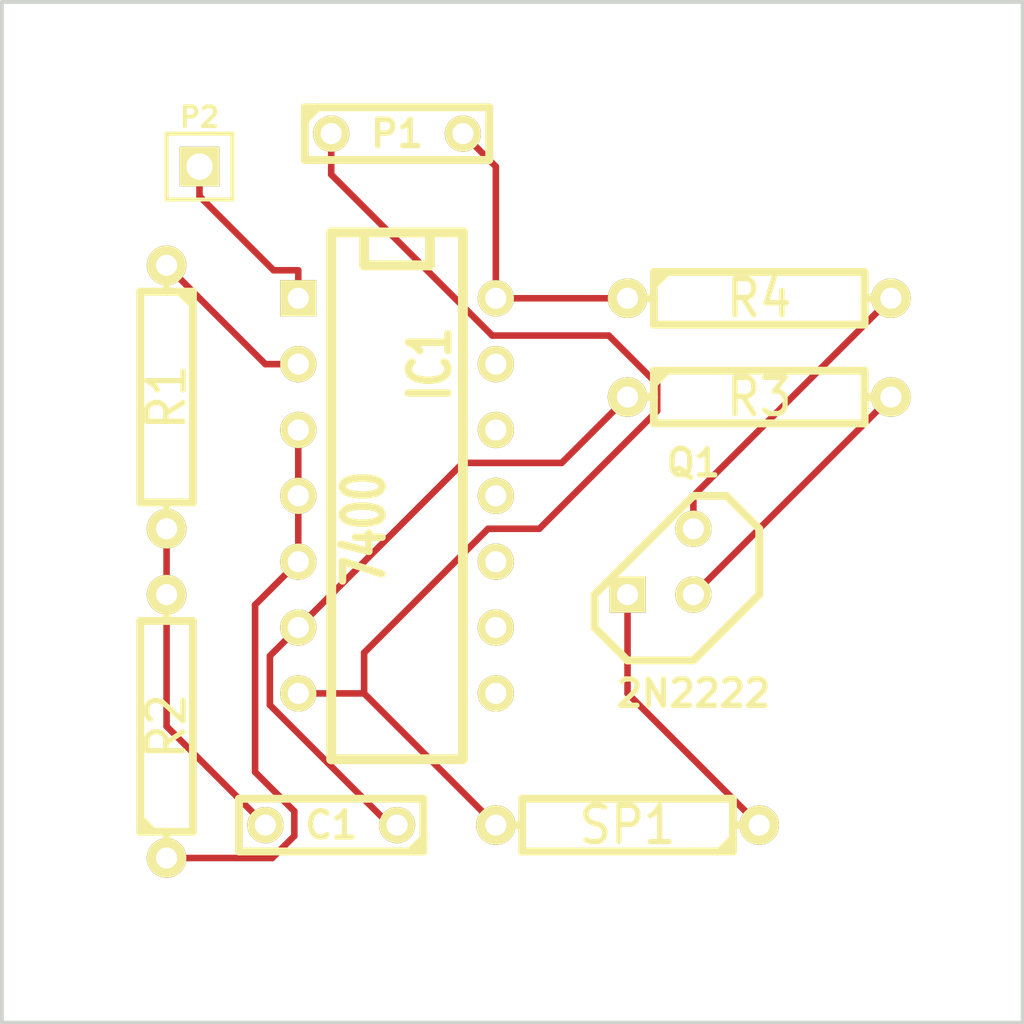
<source format=kicad_pcb>
(kicad_pcb (version 3) (host pcbnew "(2013-june-11)-stable")

  (general
    (links 16)
    (no_connects 0)
    (area 203.124999 110.414999 242.645001 149.935001)
    (thickness 1.6)
    (drawings 4)
    (tracks 43)
    (zones 0)
    (modules 10)
    (nets 11)
  )

  (page A3)
  (layers
    (15 F.Cu signal)
    (0 B.Cu signal)
    (16 B.Adhes user)
    (17 F.Adhes user)
    (18 B.Paste user)
    (19 F.Paste user)
    (20 B.SilkS user)
    (21 F.SilkS user)
    (22 B.Mask user)
    (23 F.Mask user)
    (24 Dwgs.User user)
    (25 Cmts.User user)
    (26 Eco1.User user)
    (27 Eco2.User user)
    (28 Edge.Cuts user)
  )

  (setup
    (last_trace_width 0.254)
    (trace_clearance 0.254)
    (zone_clearance 0.508)
    (zone_45_only no)
    (trace_min 0.254)
    (segment_width 0.2)
    (edge_width 0.15)
    (via_size 0.889)
    (via_drill 0.635)
    (via_min_size 0.889)
    (via_min_drill 0.508)
    (uvia_size 0.508)
    (uvia_drill 0.127)
    (uvias_allowed no)
    (uvia_min_size 0.508)
    (uvia_min_drill 0.127)
    (pcb_text_width 0.3)
    (pcb_text_size 1 1)
    (mod_edge_width 0.15)
    (mod_text_size 1 1)
    (mod_text_width 0.15)
    (pad_size 1 1)
    (pad_drill 0.6)
    (pad_to_mask_clearance 0)
    (aux_axis_origin 0 0)
    (visible_elements FFFFFFBF)
    (pcbplotparams
      (layerselection 3178497)
      (usegerberextensions true)
      (excludeedgelayer true)
      (linewidth 0.150000)
      (plotframeref false)
      (viasonmask false)
      (mode 1)
      (useauxorigin false)
      (hpglpennumber 1)
      (hpglpenspeed 20)
      (hpglpendiameter 15)
      (hpglpenoverlay 2)
      (psnegative false)
      (psa4output false)
      (plotreference true)
      (plotvalue true)
      (plotothertext true)
      (plotinvisibletext false)
      (padsonsilk false)
      (subtractmaskfromsilk false)
      (outputformat 1)
      (mirror false)
      (drillshape 1)
      (scaleselection 1)
      (outputdirectory ""))
  )

  (net 0 "")
  (net 1 GND)
  (net 2 N-000001)
  (net 3 N-0000010)
  (net 4 N-000002)
  (net 5 N-000005)
  (net 6 N-000006)
  (net 7 N-000007)
  (net 8 N-000008)
  (net 9 N-000009)
  (net 10 VCC)

  (net_class Default "This is the default net class."
    (clearance 0.254)
    (trace_width 0.254)
    (via_dia 0.889)
    (via_drill 0.635)
    (uvia_dia 0.508)
    (uvia_drill 0.127)
    (add_net "")
    (add_net GND)
    (add_net N-000001)
    (add_net N-0000010)
    (add_net N-000002)
    (add_net N-000005)
    (add_net N-000006)
    (add_net N-000007)
    (add_net N-000008)
    (add_net N-000009)
    (add_net VCC)
  )

  (module TO92 (layer F.Cu) (tedit 443CFFD1) (tstamp 527977DB)
    (at 228.6 132.08 180)
    (descr "Transistor TO92 brochage type BC237")
    (tags "TR TO92")
    (path /5278D3BC)
    (fp_text reference Q1 (at -1.27 3.81 180) (layer F.SilkS)
      (effects (font (size 1.016 1.016) (thickness 0.2032)))
    )
    (fp_text value 2N2222 (at -1.27 -5.08 180) (layer F.SilkS)
      (effects (font (size 1.016 1.016) (thickness 0.2032)))
    )
    (fp_line (start -1.27 2.54) (end 2.54 -1.27) (layer F.SilkS) (width 0.3048))
    (fp_line (start 2.54 -1.27) (end 2.54 -2.54) (layer F.SilkS) (width 0.3048))
    (fp_line (start 2.54 -2.54) (end 1.27 -3.81) (layer F.SilkS) (width 0.3048))
    (fp_line (start 1.27 -3.81) (end -1.27 -3.81) (layer F.SilkS) (width 0.3048))
    (fp_line (start -1.27 -3.81) (end -3.81 -1.27) (layer F.SilkS) (width 0.3048))
    (fp_line (start -3.81 -1.27) (end -3.81 1.27) (layer F.SilkS) (width 0.3048))
    (fp_line (start -3.81 1.27) (end -2.54 2.54) (layer F.SilkS) (width 0.3048))
    (fp_line (start -2.54 2.54) (end -1.27 2.54) (layer F.SilkS) (width 0.3048))
    (pad 1 thru_hole rect (at 1.27 -1.27 180) (size 1.397 1.397) (drill 0.8128)
      (layers *.Cu *.Mask F.SilkS)
      (net 5 N-000005)
    )
    (pad 2 thru_hole circle (at -1.27 -1.27 180) (size 1.397 1.397) (drill 0.8128)
      (layers *.Cu *.Mask F.SilkS)
      (net 2 N-000001)
    )
    (pad 3 thru_hole circle (at -1.27 1.27 180) (size 1.397 1.397) (drill 0.8128)
      (layers *.Cu *.Mask F.SilkS)
      (net 4 N-000002)
    )
    (model discret/to98.wrl
      (at (xyz 0 0 0))
      (scale (xyz 1 1 1))
      (rotate (xyz 0 0 0))
    )
  )

  (module R4 (layer F.Cu) (tedit 200000) (tstamp 527977E9)
    (at 209.55 125.73 270)
    (descr "Resitance 4 pas")
    (tags R)
    (path /5278D294)
    (autoplace_cost180 10)
    (fp_text reference R1 (at 0 0 270) (layer F.SilkS)
      (effects (font (size 1.397 1.27) (thickness 0.2032)))
    )
    (fp_text value 10K (at 0 0 270) (layer F.SilkS) hide
      (effects (font (size 1.397 1.27) (thickness 0.2032)))
    )
    (fp_line (start -5.08 0) (end -4.064 0) (layer F.SilkS) (width 0.3048))
    (fp_line (start -4.064 0) (end -4.064 -1.016) (layer F.SilkS) (width 0.3048))
    (fp_line (start -4.064 -1.016) (end 4.064 -1.016) (layer F.SilkS) (width 0.3048))
    (fp_line (start 4.064 -1.016) (end 4.064 1.016) (layer F.SilkS) (width 0.3048))
    (fp_line (start 4.064 1.016) (end -4.064 1.016) (layer F.SilkS) (width 0.3048))
    (fp_line (start -4.064 1.016) (end -4.064 0) (layer F.SilkS) (width 0.3048))
    (fp_line (start -4.064 -0.508) (end -3.556 -1.016) (layer F.SilkS) (width 0.3048))
    (fp_line (start 5.08 0) (end 4.064 0) (layer F.SilkS) (width 0.3048))
    (pad 1 thru_hole circle (at -5.08 0 270) (size 1.524 1.524) (drill 0.8128)
      (layers *.Cu *.Mask F.SilkS)
      (net 7 N-000007)
    )
    (pad 2 thru_hole circle (at 5.08 0 270) (size 1.524 1.524) (drill 0.8128)
      (layers *.Cu *.Mask F.SilkS)
      (net 3 N-0000010)
    )
    (model discret/resistor.wrl
      (at (xyz 0 0 0))
      (scale (xyz 0.4 0.4 0.4))
      (rotate (xyz 0 0 0))
    )
  )

  (module R4 (layer F.Cu) (tedit 200000) (tstamp 527977F7)
    (at 209.55 138.43 90)
    (descr "Resitance 4 pas")
    (tags R)
    (path /5278D2A6)
    (autoplace_cost180 10)
    (fp_text reference R2 (at 0 0 90) (layer F.SilkS)
      (effects (font (size 1.397 1.27) (thickness 0.2032)))
    )
    (fp_text value 100K (at 0 0 90) (layer F.SilkS) hide
      (effects (font (size 1.397 1.27) (thickness 0.2032)))
    )
    (fp_line (start -5.08 0) (end -4.064 0) (layer F.SilkS) (width 0.3048))
    (fp_line (start -4.064 0) (end -4.064 -1.016) (layer F.SilkS) (width 0.3048))
    (fp_line (start -4.064 -1.016) (end 4.064 -1.016) (layer F.SilkS) (width 0.3048))
    (fp_line (start 4.064 -1.016) (end 4.064 1.016) (layer F.SilkS) (width 0.3048))
    (fp_line (start 4.064 1.016) (end -4.064 1.016) (layer F.SilkS) (width 0.3048))
    (fp_line (start -4.064 1.016) (end -4.064 0) (layer F.SilkS) (width 0.3048))
    (fp_line (start -4.064 -0.508) (end -3.556 -1.016) (layer F.SilkS) (width 0.3048))
    (fp_line (start 5.08 0) (end 4.064 0) (layer F.SilkS) (width 0.3048))
    (pad 1 thru_hole circle (at -5.08 0 90) (size 1.524 1.524) (drill 0.8128)
      (layers *.Cu *.Mask F.SilkS)
      (net 8 N-000008)
    )
    (pad 2 thru_hole circle (at 5.08 0 90) (size 1.524 1.524) (drill 0.8128)
      (layers *.Cu *.Mask F.SilkS)
      (net 3 N-0000010)
    )
    (model discret/resistor.wrl
      (at (xyz 0 0 0))
      (scale (xyz 0.4 0.4 0.4))
      (rotate (xyz 0 0 0))
    )
  )

  (module R4 (layer F.Cu) (tedit 200000) (tstamp 52797805)
    (at 232.41 125.73)
    (descr "Resitance 4 pas")
    (tags R)
    (path /5278D38F)
    (autoplace_cost180 10)
    (fp_text reference R3 (at 0 0) (layer F.SilkS)
      (effects (font (size 1.397 1.27) (thickness 0.2032)))
    )
    (fp_text value 10K (at 0 0) (layer F.SilkS) hide
      (effects (font (size 1.397 1.27) (thickness 0.2032)))
    )
    (fp_line (start -5.08 0) (end -4.064 0) (layer F.SilkS) (width 0.3048))
    (fp_line (start -4.064 0) (end -4.064 -1.016) (layer F.SilkS) (width 0.3048))
    (fp_line (start -4.064 -1.016) (end 4.064 -1.016) (layer F.SilkS) (width 0.3048))
    (fp_line (start 4.064 -1.016) (end 4.064 1.016) (layer F.SilkS) (width 0.3048))
    (fp_line (start 4.064 1.016) (end -4.064 1.016) (layer F.SilkS) (width 0.3048))
    (fp_line (start -4.064 1.016) (end -4.064 0) (layer F.SilkS) (width 0.3048))
    (fp_line (start -4.064 -0.508) (end -3.556 -1.016) (layer F.SilkS) (width 0.3048))
    (fp_line (start 5.08 0) (end 4.064 0) (layer F.SilkS) (width 0.3048))
    (pad 1 thru_hole circle (at -5.08 0) (size 1.524 1.524) (drill 0.8128)
      (layers *.Cu *.Mask F.SilkS)
      (net 9 N-000009)
    )
    (pad 2 thru_hole circle (at 5.08 0) (size 1.524 1.524) (drill 0.8128)
      (layers *.Cu *.Mask F.SilkS)
      (net 2 N-000001)
    )
    (model discret/resistor.wrl
      (at (xyz 0 0 0))
      (scale (xyz 0.4 0.4 0.4))
      (rotate (xyz 0 0 0))
    )
  )

  (module R4 (layer F.Cu) (tedit 200000) (tstamp 52797813)
    (at 232.41 121.92)
    (descr "Resitance 4 pas")
    (tags R)
    (path /5278D3D5)
    (autoplace_cost180 10)
    (fp_text reference R4 (at 0 0) (layer F.SilkS)
      (effects (font (size 1.397 1.27) (thickness 0.2032)))
    )
    (fp_text value 180 (at 0 0) (layer F.SilkS) hide
      (effects (font (size 1.397 1.27) (thickness 0.2032)))
    )
    (fp_line (start -5.08 0) (end -4.064 0) (layer F.SilkS) (width 0.3048))
    (fp_line (start -4.064 0) (end -4.064 -1.016) (layer F.SilkS) (width 0.3048))
    (fp_line (start -4.064 -1.016) (end 4.064 -1.016) (layer F.SilkS) (width 0.3048))
    (fp_line (start 4.064 -1.016) (end 4.064 1.016) (layer F.SilkS) (width 0.3048))
    (fp_line (start 4.064 1.016) (end -4.064 1.016) (layer F.SilkS) (width 0.3048))
    (fp_line (start -4.064 1.016) (end -4.064 0) (layer F.SilkS) (width 0.3048))
    (fp_line (start -4.064 -0.508) (end -3.556 -1.016) (layer F.SilkS) (width 0.3048))
    (fp_line (start 5.08 0) (end 4.064 0) (layer F.SilkS) (width 0.3048))
    (pad 1 thru_hole circle (at -5.08 0) (size 1.524 1.524) (drill 0.8128)
      (layers *.Cu *.Mask F.SilkS)
      (net 10 VCC)
    )
    (pad 2 thru_hole circle (at 5.08 0) (size 1.524 1.524) (drill 0.8128)
      (layers *.Cu *.Mask F.SilkS)
      (net 4 N-000002)
    )
    (model discret/resistor.wrl
      (at (xyz 0 0 0))
      (scale (xyz 0.4 0.4 0.4))
      (rotate (xyz 0 0 0))
    )
  )

  (module R4 (layer F.Cu) (tedit 200000) (tstamp 52797821)
    (at 227.33 142.24 180)
    (descr "Resitance 4 pas")
    (tags R)
    (path /5278D46B)
    (autoplace_cost180 10)
    (fp_text reference SP1 (at 0 0 180) (layer F.SilkS)
      (effects (font (size 1.397 1.27) (thickness 0.2032)))
    )
    (fp_text value "8 ohm" (at 0 0 180) (layer F.SilkS) hide
      (effects (font (size 1.397 1.27) (thickness 0.2032)))
    )
    (fp_line (start -5.08 0) (end -4.064 0) (layer F.SilkS) (width 0.3048))
    (fp_line (start -4.064 0) (end -4.064 -1.016) (layer F.SilkS) (width 0.3048))
    (fp_line (start -4.064 -1.016) (end 4.064 -1.016) (layer F.SilkS) (width 0.3048))
    (fp_line (start 4.064 -1.016) (end 4.064 1.016) (layer F.SilkS) (width 0.3048))
    (fp_line (start 4.064 1.016) (end -4.064 1.016) (layer F.SilkS) (width 0.3048))
    (fp_line (start -4.064 1.016) (end -4.064 0) (layer F.SilkS) (width 0.3048))
    (fp_line (start -4.064 -0.508) (end -3.556 -1.016) (layer F.SilkS) (width 0.3048))
    (fp_line (start 5.08 0) (end 4.064 0) (layer F.SilkS) (width 0.3048))
    (pad 1 thru_hole circle (at -5.08 0 180) (size 1.524 1.524) (drill 0.8128)
      (layers *.Cu *.Mask F.SilkS)
      (net 5 N-000005)
    )
    (pad 2 thru_hole circle (at 5.08 0 180) (size 1.524 1.524) (drill 0.8128)
      (layers *.Cu *.Mask F.SilkS)
      (net 1 GND)
    )
    (model discret/resistor.wrl
      (at (xyz 0 0 0))
      (scale (xyz 0.4 0.4 0.4))
      (rotate (xyz 0 0 0))
    )
  )

  (module PIN_ARRAY_1 (layer F.Cu) (tedit 4E4E744E) (tstamp 5279782A)
    (at 210.82 116.84)
    (descr "1 pin")
    (tags "CONN DEV")
    (path /5278D639)
    (fp_text reference P2 (at 0 -1.905) (layer F.SilkS)
      (effects (font (size 0.762 0.762) (thickness 0.1524)))
    )
    (fp_text value CONN_1 (at 0 -1.905) (layer F.SilkS) hide
      (effects (font (size 0.762 0.762) (thickness 0.1524)))
    )
    (fp_line (start 1.27 1.27) (end -1.27 1.27) (layer F.SilkS) (width 0.1524))
    (fp_line (start -1.27 -1.27) (end 1.27 -1.27) (layer F.SilkS) (width 0.1524))
    (fp_line (start -1.27 1.27) (end -1.27 -1.27) (layer F.SilkS) (width 0.1524))
    (fp_line (start 1.27 -1.27) (end 1.27 1.27) (layer F.SilkS) (width 0.1524))
    (pad 1 thru_hole rect (at 0 0) (size 1.524 1.524) (drill 1.016)
      (layers *.Cu *.Mask F.SilkS)
      (net 6 N-000006)
    )
    (model pin_array\pin_1.wrl
      (at (xyz 0 0 0))
      (scale (xyz 1 1 1))
      (rotate (xyz 0 0 0))
    )
  )

  (module DIP-14__300 (layer F.Cu) (tedit 200000) (tstamp 52797843)
    (at 218.44 129.54 270)
    (descr "14 pins DIL package, round pads")
    (tags DIL)
    (path /5278D185)
    (fp_text reference IC1 (at -5.08 -1.27 270) (layer F.SilkS)
      (effects (font (size 1.524 1.143) (thickness 0.3048)))
    )
    (fp_text value 7400 (at 1.27 1.27 270) (layer F.SilkS)
      (effects (font (size 1.524 1.143) (thickness 0.3048)))
    )
    (fp_line (start -10.16 -2.54) (end 10.16 -2.54) (layer F.SilkS) (width 0.381))
    (fp_line (start 10.16 2.54) (end -10.16 2.54) (layer F.SilkS) (width 0.381))
    (fp_line (start -10.16 2.54) (end -10.16 -2.54) (layer F.SilkS) (width 0.381))
    (fp_line (start -10.16 -1.27) (end -8.89 -1.27) (layer F.SilkS) (width 0.381))
    (fp_line (start -8.89 -1.27) (end -8.89 1.27) (layer F.SilkS) (width 0.381))
    (fp_line (start -8.89 1.27) (end -10.16 1.27) (layer F.SilkS) (width 0.381))
    (fp_line (start 10.16 -2.54) (end 10.16 2.54) (layer F.SilkS) (width 0.381))
    (pad 1 thru_hole rect (at -7.62 3.81 270) (size 1.397 1.397) (drill 0.8128)
      (layers *.Cu *.Mask F.SilkS)
      (net 6 N-000006)
    )
    (pad 2 thru_hole circle (at -5.08 3.81 270) (size 1.397 1.397) (drill 0.8128)
      (layers *.Cu *.Mask F.SilkS)
      (net 7 N-000007)
    )
    (pad 3 thru_hole circle (at -2.54 3.81 270) (size 1.397 1.397) (drill 0.8128)
      (layers *.Cu *.Mask F.SilkS)
      (net 8 N-000008)
    )
    (pad 4 thru_hole circle (at 0 3.81 270) (size 1.397 1.397) (drill 0.8128)
      (layers *.Cu *.Mask F.SilkS)
      (net 8 N-000008)
    )
    (pad 5 thru_hole circle (at 2.54 3.81 270) (size 1.397 1.397) (drill 0.8128)
      (layers *.Cu *.Mask F.SilkS)
      (net 8 N-000008)
    )
    (pad 6 thru_hole circle (at 5.08 3.81 270) (size 1.397 1.397) (drill 0.8128)
      (layers *.Cu *.Mask F.SilkS)
      (net 9 N-000009)
    )
    (pad 7 thru_hole circle (at 7.62 3.81 270) (size 1.397 1.397) (drill 0.8128)
      (layers *.Cu *.Mask F.SilkS)
      (net 1 GND)
    )
    (pad 8 thru_hole circle (at 7.62 -3.81 270) (size 1.397 1.397) (drill 0.8128)
      (layers *.Cu *.Mask F.SilkS)
    )
    (pad 9 thru_hole circle (at 5.08 -3.81 270) (size 1.397 1.397) (drill 0.8128)
      (layers *.Cu *.Mask F.SilkS)
    )
    (pad 10 thru_hole circle (at 2.54 -3.81 270) (size 1.397 1.397) (drill 0.8128)
      (layers *.Cu *.Mask F.SilkS)
    )
    (pad 11 thru_hole circle (at 0 -3.81 270) (size 1.397 1.397) (drill 0.8128)
      (layers *.Cu *.Mask F.SilkS)
    )
    (pad 12 thru_hole circle (at -2.54 -3.81 270) (size 1.397 1.397) (drill 0.8128)
      (layers *.Cu *.Mask F.SilkS)
    )
    (pad 13 thru_hole circle (at -5.08 -3.81 270) (size 1.397 1.397) (drill 0.8128)
      (layers *.Cu *.Mask F.SilkS)
    )
    (pad 14 thru_hole circle (at -7.62 -3.81 270) (size 1.397 1.397) (drill 0.8128)
      (layers *.Cu *.Mask F.SilkS)
      (net 10 VCC)
    )
    (model dil/dil_14.wrl
      (at (xyz 0 0 0))
      (scale (xyz 1 1 1))
      (rotate (xyz 0 0 0))
    )
  )

  (module C2 (layer F.Cu) (tedit 200000) (tstamp 5279784E)
    (at 215.9 142.24 180)
    (descr "Condensateur = 2 pas")
    (tags C)
    (path /5278D316)
    (fp_text reference C1 (at 0 0 180) (layer F.SilkS)
      (effects (font (size 1.016 1.016) (thickness 0.2032)))
    )
    (fp_text value "0.01 uF" (at 0 0 180) (layer F.SilkS) hide
      (effects (font (size 1.016 1.016) (thickness 0.2032)))
    )
    (fp_line (start -3.556 -1.016) (end 3.556 -1.016) (layer F.SilkS) (width 0.3048))
    (fp_line (start 3.556 -1.016) (end 3.556 1.016) (layer F.SilkS) (width 0.3048))
    (fp_line (start 3.556 1.016) (end -3.556 1.016) (layer F.SilkS) (width 0.3048))
    (fp_line (start -3.556 1.016) (end -3.556 -1.016) (layer F.SilkS) (width 0.3048))
    (fp_line (start -3.556 -0.508) (end -3.048 -1.016) (layer F.SilkS) (width 0.3048))
    (pad 1 thru_hole circle (at -2.54 0 180) (size 1.397 1.397) (drill 0.8128)
      (layers *.Cu *.Mask F.SilkS)
      (net 9 N-000009)
    )
    (pad 2 thru_hole circle (at 2.54 0 180) (size 1.397 1.397) (drill 0.8128)
      (layers *.Cu *.Mask F.SilkS)
      (net 3 N-0000010)
    )
    (model discret/capa_2pas_5x5mm.wrl
      (at (xyz 0 0 0))
      (scale (xyz 1 1 1))
      (rotate (xyz 0 0 0))
    )
  )

  (module C2 (layer F.Cu) (tedit 200000) (tstamp 52797859)
    (at 218.44 115.57)
    (descr "Condensateur = 2 pas")
    (tags C)
    (path /5278D3E4)
    (fp_text reference P1 (at 0 0) (layer F.SilkS)
      (effects (font (size 1.016 1.016) (thickness 0.2032)))
    )
    (fp_text value CONN_2 (at 0 0) (layer F.SilkS) hide
      (effects (font (size 1.016 1.016) (thickness 0.2032)))
    )
    (fp_line (start -3.556 -1.016) (end 3.556 -1.016) (layer F.SilkS) (width 0.3048))
    (fp_line (start 3.556 -1.016) (end 3.556 1.016) (layer F.SilkS) (width 0.3048))
    (fp_line (start 3.556 1.016) (end -3.556 1.016) (layer F.SilkS) (width 0.3048))
    (fp_line (start -3.556 1.016) (end -3.556 -1.016) (layer F.SilkS) (width 0.3048))
    (fp_line (start -3.556 -0.508) (end -3.048 -1.016) (layer F.SilkS) (width 0.3048))
    (pad 1 thru_hole circle (at -2.54 0) (size 1.397 1.397) (drill 0.8128)
      (layers *.Cu *.Mask F.SilkS)
      (net 1 GND)
    )
    (pad 2 thru_hole circle (at 2.54 0) (size 1.397 1.397) (drill 0.8128)
      (layers *.Cu *.Mask F.SilkS)
      (net 10 VCC)
    )
    (model discret/capa_2pas_5x5mm.wrl
      (at (xyz 0 0 0))
      (scale (xyz 1 1 1))
      (rotate (xyz 0 0 0))
    )
  )

  (gr_line (start 203.2 149.86) (end 203.2 110.49) (angle 90) (layer Edge.Cuts) (width 0.15))
  (gr_line (start 242.57 149.86) (end 203.2 149.86) (angle 90) (layer Edge.Cuts) (width 0.15))
  (gr_line (start 242.57 110.49) (end 242.57 149.86) (angle 90) (layer Edge.Cuts) (width 0.15))
  (gr_line (start 203.2 110.49) (end 242.57 110.49) (angle 90) (layer Edge.Cuts) (width 0.15))

  (segment (start 215.9 117.146) (end 215.9 115.57) (width 0.254) (layer F.Cu) (net 1))
  (segment (start 222.1124 123.3584) (end 215.9 117.146) (width 0.254) (layer F.Cu) (net 1))
  (segment (start 226.6081 123.3584) (end 222.1124 123.3584) (width 0.254) (layer F.Cu) (net 1))
  (segment (start 228.4749 125.2252) (end 226.6081 123.3584) (width 0.254) (layer F.Cu) (net 1))
  (segment (start 228.4749 126.2622) (end 228.4749 125.2252) (width 0.254) (layer F.Cu) (net 1))
  (segment (start 223.9271 130.81) (end 228.4749 126.2622) (width 0.254) (layer F.Cu) (net 1))
  (segment (start 221.9523 130.81) (end 223.9271 130.81) (width 0.254) (layer F.Cu) (net 1))
  (segment (start 217.17 135.5923) (end 221.9523 130.81) (width 0.254) (layer F.Cu) (net 1))
  (segment (start 217.17 137.16) (end 217.17 135.5923) (width 0.254) (layer F.Cu) (net 1))
  (segment (start 214.63 137.16) (end 217.17 137.16) (width 0.254) (layer F.Cu) (net 1))
  (segment (start 217.17 137.16) (end 222.25 142.24) (width 0.254) (layer F.Cu) (net 1))
  (segment (start 237.49 125.73) (end 229.87 133.35) (width 0.254) (layer F.Cu) (net 2))
  (segment (start 209.55 138.43) (end 209.55 133.35) (width 0.254) (layer F.Cu) (net 3))
  (segment (start 213.36 142.24) (end 209.55 138.43) (width 0.254) (layer F.Cu) (net 3))
  (segment (start 209.55 133.35) (end 209.55 130.81) (width 0.254) (layer F.Cu) (net 3))
  (segment (start 229.87 129.54) (end 229.87 130.81) (width 0.254) (layer F.Cu) (net 4))
  (segment (start 237.49 121.92) (end 229.87 129.54) (width 0.254) (layer F.Cu) (net 4))
  (segment (start 227.33 137.16) (end 227.33 133.35) (width 0.254) (layer F.Cu) (net 5))
  (segment (start 232.41 142.24) (end 227.33 137.16) (width 0.254) (layer F.Cu) (net 5))
  (segment (start 213.6769 120.8402) (end 210.82 117.9833) (width 0.254) (layer F.Cu) (net 6))
  (segment (start 214.63 120.8402) (end 213.6769 120.8402) (width 0.254) (layer F.Cu) (net 6))
  (segment (start 210.82 116.84) (end 210.82 117.9833) (width 0.254) (layer F.Cu) (net 6))
  (segment (start 214.63 121.92) (end 214.63 120.8402) (width 0.254) (layer F.Cu) (net 6))
  (segment (start 213.36 124.46) (end 209.55 120.65) (width 0.254) (layer F.Cu) (net 7))
  (segment (start 214.63 124.46) (end 213.36 124.46) (width 0.254) (layer F.Cu) (net 7))
  (segment (start 214.63 129.54) (end 214.63 127) (width 0.254) (layer F.Cu) (net 8))
  (segment (start 214.63 129.54) (end 214.63 132.08) (width 0.254) (layer F.Cu) (net 8))
  (segment (start 213.6244 143.51) (end 209.55 143.51) (width 0.254) (layer F.Cu) (net 8))
  (segment (start 214.4776 142.6568) (end 213.6244 143.51) (width 0.254) (layer F.Cu) (net 8))
  (segment (start 214.4776 141.7064) (end 214.4776 142.6568) (width 0.254) (layer F.Cu) (net 8))
  (segment (start 212.9642 140.193) (end 214.4776 141.7064) (width 0.254) (layer F.Cu) (net 8))
  (segment (start 212.9642 133.7458) (end 212.9642 140.193) (width 0.254) (layer F.Cu) (net 8))
  (segment (start 214.63 132.08) (end 212.9642 133.7458) (width 0.254) (layer F.Cu) (net 8))
  (segment (start 213.5349 135.7151) (end 214.63 134.62) (width 0.254) (layer F.Cu) (net 9))
  (segment (start 213.5349 137.6088) (end 213.5349 135.7151) (width 0.254) (layer F.Cu) (net 9))
  (segment (start 218.1661 142.24) (end 213.5349 137.6088) (width 0.254) (layer F.Cu) (net 9))
  (segment (start 218.44 142.24) (end 218.1661 142.24) (width 0.254) (layer F.Cu) (net 9))
  (segment (start 224.79 128.27) (end 227.33 125.73) (width 0.254) (layer F.Cu) (net 9))
  (segment (start 220.98 128.27) (end 224.79 128.27) (width 0.254) (layer F.Cu) (net 9))
  (segment (start 214.63 134.62) (end 220.98 128.27) (width 0.254) (layer F.Cu) (net 9))
  (segment (start 222.25 116.84) (end 222.25 121.92) (width 0.254) (layer F.Cu) (net 10))
  (segment (start 220.98 115.57) (end 222.25 116.84) (width 0.254) (layer F.Cu) (net 10))
  (segment (start 222.25 121.92) (end 227.33 121.92) (width 0.254) (layer F.Cu) (net 10))

)

</source>
